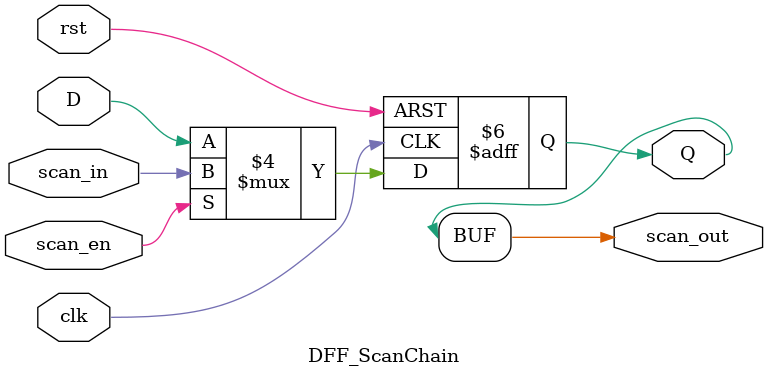
<source format=v>
module DFF_ScanChain(
	input wire clk,
	input wire D,
	input wire rst,			// Active low reset
	input wire scan_en,		// Enable scan mode
	input wire scan_in, 	// scan input 
	output reg Q,			// normal output
	output wire scan_out	// Scan output
);

	// Scan output is simply the Q value 
	assign scan_out = Q;
	
	always @(posedge clk or negedge rst) begin
		if(!rst) begin	
			Q <= 1'b0;	// Reset the output to 0
		end else if(scan_en) begin
			Q <= scan_in; // Scan mode: capture scan_in 
		end else begin 
			Q <= D; 	// normal mode: capture D 
		end 
	end 
endmodule

</source>
